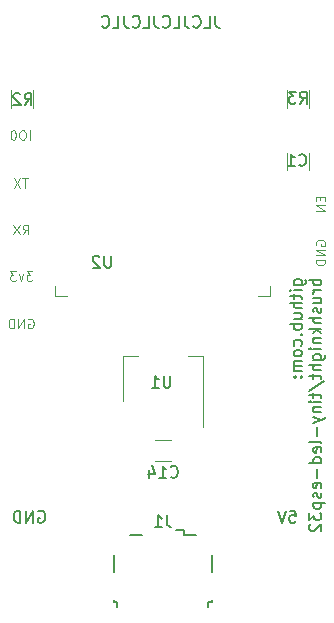
<source format=gbr>
%TF.GenerationSoftware,KiCad,Pcbnew,(5.1.12-1-10_14)*%
%TF.CreationDate,2022-01-26T17:57:44+01:00*%
%TF.ProjectId,tiny-led-esp32,74696e79-2d6c-4656-942d-65737033322e,rev?*%
%TF.SameCoordinates,Original*%
%TF.FileFunction,Legend,Bot*%
%TF.FilePolarity,Positive*%
%FSLAX46Y46*%
G04 Gerber Fmt 4.6, Leading zero omitted, Abs format (unit mm)*
G04 Created by KiCad (PCBNEW (5.1.12-1-10_14)) date 2022-01-26 17:57:44*
%MOMM*%
%LPD*%
G01*
G04 APERTURE LIST*
%ADD10C,0.150000*%
%ADD11C,0.100000*%
%ADD12C,0.120000*%
G04 APERTURE END LIST*
D10*
X157463547Y-78954380D02*
X157463547Y-79668666D01*
X157511166Y-79811523D01*
X157606404Y-79906761D01*
X157749261Y-79954380D01*
X157844500Y-79954380D01*
X156511166Y-79954380D02*
X156987357Y-79954380D01*
X156987357Y-78954380D01*
X155606404Y-79859142D02*
X155654023Y-79906761D01*
X155796880Y-79954380D01*
X155892119Y-79954380D01*
X156034976Y-79906761D01*
X156130214Y-79811523D01*
X156177833Y-79716285D01*
X156225452Y-79525809D01*
X156225452Y-79382952D01*
X156177833Y-79192476D01*
X156130214Y-79097238D01*
X156034976Y-79002000D01*
X155892119Y-78954380D01*
X155796880Y-78954380D01*
X155654023Y-79002000D01*
X155606404Y-79049619D01*
X154892119Y-78954380D02*
X154892119Y-79668666D01*
X154939738Y-79811523D01*
X155034976Y-79906761D01*
X155177833Y-79954380D01*
X155273071Y-79954380D01*
X153939738Y-79954380D02*
X154415928Y-79954380D01*
X154415928Y-78954380D01*
X153034976Y-79859142D02*
X153082595Y-79906761D01*
X153225452Y-79954380D01*
X153320690Y-79954380D01*
X153463547Y-79906761D01*
X153558785Y-79811523D01*
X153606404Y-79716285D01*
X153654023Y-79525809D01*
X153654023Y-79382952D01*
X153606404Y-79192476D01*
X153558785Y-79097238D01*
X153463547Y-79002000D01*
X153320690Y-78954380D01*
X153225452Y-78954380D01*
X153082595Y-79002000D01*
X153034976Y-79049619D01*
X152320690Y-78954380D02*
X152320690Y-79668666D01*
X152368309Y-79811523D01*
X152463547Y-79906761D01*
X152606404Y-79954380D01*
X152701642Y-79954380D01*
X151368309Y-79954380D02*
X151844500Y-79954380D01*
X151844500Y-78954380D01*
X150463547Y-79859142D02*
X150511166Y-79906761D01*
X150654023Y-79954380D01*
X150749261Y-79954380D01*
X150892119Y-79906761D01*
X150987357Y-79811523D01*
X151034976Y-79716285D01*
X151082595Y-79525809D01*
X151082595Y-79382952D01*
X151034976Y-79192476D01*
X150987357Y-79097238D01*
X150892119Y-79002000D01*
X150749261Y-78954380D01*
X150654023Y-78954380D01*
X150511166Y-79002000D01*
X150463547Y-79049619D01*
X149749261Y-78954380D02*
X149749261Y-79668666D01*
X149796880Y-79811523D01*
X149892119Y-79906761D01*
X150034976Y-79954380D01*
X150130214Y-79954380D01*
X148796880Y-79954380D02*
X149273071Y-79954380D01*
X149273071Y-78954380D01*
X147892119Y-79859142D02*
X147939738Y-79906761D01*
X148082595Y-79954380D01*
X148177833Y-79954380D01*
X148320690Y-79906761D01*
X148415928Y-79811523D01*
X148463547Y-79716285D01*
X148511166Y-79525809D01*
X148511166Y-79382952D01*
X148463547Y-79192476D01*
X148415928Y-79097238D01*
X148320690Y-79002000D01*
X148177833Y-78954380D01*
X148082595Y-78954380D01*
X147939738Y-79002000D01*
X147892119Y-79049619D01*
X164124214Y-101729166D02*
X164933738Y-101729166D01*
X165028976Y-101681547D01*
X165076595Y-101633928D01*
X165124214Y-101538690D01*
X165124214Y-101395833D01*
X165076595Y-101300595D01*
X164743261Y-101729166D02*
X164790880Y-101633928D01*
X164790880Y-101443452D01*
X164743261Y-101348214D01*
X164695642Y-101300595D01*
X164600404Y-101252976D01*
X164314690Y-101252976D01*
X164219452Y-101300595D01*
X164171833Y-101348214D01*
X164124214Y-101443452D01*
X164124214Y-101633928D01*
X164171833Y-101729166D01*
X164790880Y-102205357D02*
X164124214Y-102205357D01*
X163790880Y-102205357D02*
X163838500Y-102157738D01*
X163886119Y-102205357D01*
X163838500Y-102252976D01*
X163790880Y-102205357D01*
X163886119Y-102205357D01*
X164124214Y-102538690D02*
X164124214Y-102919642D01*
X163790880Y-102681547D02*
X164648023Y-102681547D01*
X164743261Y-102729166D01*
X164790880Y-102824404D01*
X164790880Y-102919642D01*
X164790880Y-103252976D02*
X163790880Y-103252976D01*
X164790880Y-103681547D02*
X164267071Y-103681547D01*
X164171833Y-103633928D01*
X164124214Y-103538690D01*
X164124214Y-103395833D01*
X164171833Y-103300595D01*
X164219452Y-103252976D01*
X164124214Y-104586309D02*
X164790880Y-104586309D01*
X164124214Y-104157738D02*
X164648023Y-104157738D01*
X164743261Y-104205357D01*
X164790880Y-104300595D01*
X164790880Y-104443452D01*
X164743261Y-104538690D01*
X164695642Y-104586309D01*
X164790880Y-105062500D02*
X163790880Y-105062500D01*
X164171833Y-105062500D02*
X164124214Y-105157738D01*
X164124214Y-105348214D01*
X164171833Y-105443452D01*
X164219452Y-105491071D01*
X164314690Y-105538690D01*
X164600404Y-105538690D01*
X164695642Y-105491071D01*
X164743261Y-105443452D01*
X164790880Y-105348214D01*
X164790880Y-105157738D01*
X164743261Y-105062500D01*
X164695642Y-105967261D02*
X164743261Y-106014880D01*
X164790880Y-105967261D01*
X164743261Y-105919642D01*
X164695642Y-105967261D01*
X164790880Y-105967261D01*
X164743261Y-106872023D02*
X164790880Y-106776785D01*
X164790880Y-106586309D01*
X164743261Y-106491071D01*
X164695642Y-106443452D01*
X164600404Y-106395833D01*
X164314690Y-106395833D01*
X164219452Y-106443452D01*
X164171833Y-106491071D01*
X164124214Y-106586309D01*
X164124214Y-106776785D01*
X164171833Y-106872023D01*
X164790880Y-107443452D02*
X164743261Y-107348214D01*
X164695642Y-107300595D01*
X164600404Y-107252976D01*
X164314690Y-107252976D01*
X164219452Y-107300595D01*
X164171833Y-107348214D01*
X164124214Y-107443452D01*
X164124214Y-107586309D01*
X164171833Y-107681547D01*
X164219452Y-107729166D01*
X164314690Y-107776785D01*
X164600404Y-107776785D01*
X164695642Y-107729166D01*
X164743261Y-107681547D01*
X164790880Y-107586309D01*
X164790880Y-107443452D01*
X164790880Y-108205357D02*
X164124214Y-108205357D01*
X164219452Y-108205357D02*
X164171833Y-108252976D01*
X164124214Y-108348214D01*
X164124214Y-108491071D01*
X164171833Y-108586309D01*
X164267071Y-108633928D01*
X164790880Y-108633928D01*
X164267071Y-108633928D02*
X164171833Y-108681547D01*
X164124214Y-108776785D01*
X164124214Y-108919642D01*
X164171833Y-109014880D01*
X164267071Y-109062500D01*
X164790880Y-109062500D01*
X164695642Y-109538690D02*
X164743261Y-109586309D01*
X164790880Y-109538690D01*
X164743261Y-109491071D01*
X164695642Y-109538690D01*
X164790880Y-109538690D01*
X164171833Y-109538690D02*
X164219452Y-109586309D01*
X164267071Y-109538690D01*
X164219452Y-109491071D01*
X164171833Y-109538690D01*
X164267071Y-109538690D01*
X166440880Y-101300595D02*
X165440880Y-101300595D01*
X165821833Y-101300595D02*
X165774214Y-101395833D01*
X165774214Y-101586309D01*
X165821833Y-101681547D01*
X165869452Y-101729166D01*
X165964690Y-101776785D01*
X166250404Y-101776785D01*
X166345642Y-101729166D01*
X166393261Y-101681547D01*
X166440880Y-101586309D01*
X166440880Y-101395833D01*
X166393261Y-101300595D01*
X166440880Y-102205357D02*
X165774214Y-102205357D01*
X165964690Y-102205357D02*
X165869452Y-102252976D01*
X165821833Y-102300595D01*
X165774214Y-102395833D01*
X165774214Y-102491071D01*
X165774214Y-103252976D02*
X166440880Y-103252976D01*
X165774214Y-102824404D02*
X166298023Y-102824404D01*
X166393261Y-102872023D01*
X166440880Y-102967261D01*
X166440880Y-103110119D01*
X166393261Y-103205357D01*
X166345642Y-103252976D01*
X166393261Y-103681547D02*
X166440880Y-103776785D01*
X166440880Y-103967261D01*
X166393261Y-104062500D01*
X166298023Y-104110119D01*
X166250404Y-104110119D01*
X166155166Y-104062500D01*
X166107547Y-103967261D01*
X166107547Y-103824404D01*
X166059928Y-103729166D01*
X165964690Y-103681547D01*
X165917071Y-103681547D01*
X165821833Y-103729166D01*
X165774214Y-103824404D01*
X165774214Y-103967261D01*
X165821833Y-104062500D01*
X166440880Y-104538690D02*
X165440880Y-104538690D01*
X166440880Y-104967261D02*
X165917071Y-104967261D01*
X165821833Y-104919642D01*
X165774214Y-104824404D01*
X165774214Y-104681547D01*
X165821833Y-104586309D01*
X165869452Y-104538690D01*
X166440880Y-105443452D02*
X165440880Y-105443452D01*
X166059928Y-105538690D02*
X166440880Y-105824404D01*
X165774214Y-105824404D02*
X166155166Y-105443452D01*
X165774214Y-106252976D02*
X166440880Y-106252976D01*
X165869452Y-106252976D02*
X165821833Y-106300595D01*
X165774214Y-106395833D01*
X165774214Y-106538690D01*
X165821833Y-106633928D01*
X165917071Y-106681547D01*
X166440880Y-106681547D01*
X166440880Y-107157738D02*
X165774214Y-107157738D01*
X165440880Y-107157738D02*
X165488500Y-107110119D01*
X165536119Y-107157738D01*
X165488500Y-107205357D01*
X165440880Y-107157738D01*
X165536119Y-107157738D01*
X165774214Y-108062500D02*
X166583738Y-108062500D01*
X166678976Y-108014880D01*
X166726595Y-107967261D01*
X166774214Y-107872023D01*
X166774214Y-107729166D01*
X166726595Y-107633928D01*
X166393261Y-108062500D02*
X166440880Y-107967261D01*
X166440880Y-107776785D01*
X166393261Y-107681547D01*
X166345642Y-107633928D01*
X166250404Y-107586309D01*
X165964690Y-107586309D01*
X165869452Y-107633928D01*
X165821833Y-107681547D01*
X165774214Y-107776785D01*
X165774214Y-107967261D01*
X165821833Y-108062500D01*
X166440880Y-108538690D02*
X165440880Y-108538690D01*
X166440880Y-108967261D02*
X165917071Y-108967261D01*
X165821833Y-108919642D01*
X165774214Y-108824404D01*
X165774214Y-108681547D01*
X165821833Y-108586309D01*
X165869452Y-108538690D01*
X165774214Y-109300595D02*
X165774214Y-109681547D01*
X165440880Y-109443452D02*
X166298023Y-109443452D01*
X166393261Y-109491071D01*
X166440880Y-109586309D01*
X166440880Y-109681547D01*
X165393261Y-110729166D02*
X166678976Y-109872023D01*
X165774214Y-110919642D02*
X165774214Y-111300595D01*
X165440880Y-111062500D02*
X166298023Y-111062500D01*
X166393261Y-111110119D01*
X166440880Y-111205357D01*
X166440880Y-111300595D01*
X166440880Y-111633928D02*
X165774214Y-111633928D01*
X165440880Y-111633928D02*
X165488500Y-111586309D01*
X165536119Y-111633928D01*
X165488500Y-111681547D01*
X165440880Y-111633928D01*
X165536119Y-111633928D01*
X165774214Y-112110119D02*
X166440880Y-112110119D01*
X165869452Y-112110119D02*
X165821833Y-112157738D01*
X165774214Y-112252976D01*
X165774214Y-112395833D01*
X165821833Y-112491071D01*
X165917071Y-112538690D01*
X166440880Y-112538690D01*
X165774214Y-112919642D02*
X166440880Y-113157738D01*
X165774214Y-113395833D02*
X166440880Y-113157738D01*
X166678976Y-113062500D01*
X166726595Y-113014880D01*
X166774214Y-112919642D01*
X166059928Y-113776785D02*
X166059928Y-114538690D01*
X166440880Y-115157738D02*
X166393261Y-115062500D01*
X166298023Y-115014880D01*
X165440880Y-115014880D01*
X166393261Y-115919642D02*
X166440880Y-115824404D01*
X166440880Y-115633928D01*
X166393261Y-115538690D01*
X166298023Y-115491071D01*
X165917071Y-115491071D01*
X165821833Y-115538690D01*
X165774214Y-115633928D01*
X165774214Y-115824404D01*
X165821833Y-115919642D01*
X165917071Y-115967261D01*
X166012309Y-115967261D01*
X166107547Y-115491071D01*
X166440880Y-116824404D02*
X165440880Y-116824404D01*
X166393261Y-116824404D02*
X166440880Y-116729166D01*
X166440880Y-116538690D01*
X166393261Y-116443452D01*
X166345642Y-116395833D01*
X166250404Y-116348214D01*
X165964690Y-116348214D01*
X165869452Y-116395833D01*
X165821833Y-116443452D01*
X165774214Y-116538690D01*
X165774214Y-116729166D01*
X165821833Y-116824404D01*
X166059928Y-117300595D02*
X166059928Y-118062500D01*
X166393261Y-118919642D02*
X166440880Y-118824404D01*
X166440880Y-118633928D01*
X166393261Y-118538690D01*
X166298023Y-118491071D01*
X165917071Y-118491071D01*
X165821833Y-118538690D01*
X165774214Y-118633928D01*
X165774214Y-118824404D01*
X165821833Y-118919642D01*
X165917071Y-118967261D01*
X166012309Y-118967261D01*
X166107547Y-118491071D01*
X166393261Y-119348214D02*
X166440880Y-119443452D01*
X166440880Y-119633928D01*
X166393261Y-119729166D01*
X166298023Y-119776785D01*
X166250404Y-119776785D01*
X166155166Y-119729166D01*
X166107547Y-119633928D01*
X166107547Y-119491071D01*
X166059928Y-119395833D01*
X165964690Y-119348214D01*
X165917071Y-119348214D01*
X165821833Y-119395833D01*
X165774214Y-119491071D01*
X165774214Y-119633928D01*
X165821833Y-119729166D01*
X165774214Y-120205357D02*
X166774214Y-120205357D01*
X165821833Y-120205357D02*
X165774214Y-120300595D01*
X165774214Y-120491071D01*
X165821833Y-120586309D01*
X165869452Y-120633928D01*
X165964690Y-120681547D01*
X166250404Y-120681547D01*
X166345642Y-120633928D01*
X166393261Y-120586309D01*
X166440880Y-120491071D01*
X166440880Y-120300595D01*
X166393261Y-120205357D01*
X165440880Y-121014880D02*
X165440880Y-121633928D01*
X165821833Y-121300595D01*
X165821833Y-121443452D01*
X165869452Y-121538690D01*
X165917071Y-121586309D01*
X166012309Y-121633928D01*
X166250404Y-121633928D01*
X166345642Y-121586309D01*
X166393261Y-121538690D01*
X166440880Y-121443452D01*
X166440880Y-121157738D01*
X166393261Y-121062500D01*
X166345642Y-121014880D01*
X165536119Y-122014880D02*
X165488500Y-122062500D01*
X165440880Y-122157738D01*
X165440880Y-122395833D01*
X165488500Y-122491071D01*
X165536119Y-122538690D01*
X165631357Y-122586309D01*
X165726595Y-122586309D01*
X165869452Y-122538690D01*
X166440880Y-121967261D01*
X166440880Y-122586309D01*
D11*
X166033500Y-98386976D02*
X165995404Y-98310785D01*
X165995404Y-98196500D01*
X166033500Y-98082214D01*
X166109690Y-98006023D01*
X166185880Y-97967928D01*
X166338261Y-97929833D01*
X166452547Y-97929833D01*
X166604928Y-97967928D01*
X166681119Y-98006023D01*
X166757309Y-98082214D01*
X166795404Y-98196500D01*
X166795404Y-98272690D01*
X166757309Y-98386976D01*
X166719214Y-98425071D01*
X166452547Y-98425071D01*
X166452547Y-98272690D01*
X166795404Y-98767928D02*
X165995404Y-98767928D01*
X166795404Y-99225071D01*
X165995404Y-99225071D01*
X166795404Y-99606023D02*
X165995404Y-99606023D01*
X165995404Y-99796500D01*
X166033500Y-99910785D01*
X166109690Y-99986976D01*
X166185880Y-100025071D01*
X166338261Y-100063166D01*
X166452547Y-100063166D01*
X166604928Y-100025071D01*
X166681119Y-99986976D01*
X166757309Y-99910785D01*
X166795404Y-99796500D01*
X166795404Y-99606023D01*
X141770000Y-89452404D02*
X141770000Y-88652404D01*
X141236666Y-88652404D02*
X141084285Y-88652404D01*
X141008095Y-88690500D01*
X140931904Y-88766690D01*
X140893809Y-88919071D01*
X140893809Y-89185738D01*
X140931904Y-89338119D01*
X141008095Y-89414309D01*
X141084285Y-89452404D01*
X141236666Y-89452404D01*
X141312857Y-89414309D01*
X141389047Y-89338119D01*
X141427142Y-89185738D01*
X141427142Y-88919071D01*
X141389047Y-88766690D01*
X141312857Y-88690500D01*
X141236666Y-88652404D01*
X140398571Y-88652404D02*
X140322380Y-88652404D01*
X140246190Y-88690500D01*
X140208095Y-88728595D01*
X140170000Y-88804785D01*
X140131904Y-88957166D01*
X140131904Y-89147642D01*
X140170000Y-89300023D01*
X140208095Y-89376214D01*
X140246190Y-89414309D01*
X140322380Y-89452404D01*
X140398571Y-89452404D01*
X140474761Y-89414309D01*
X140512857Y-89376214D01*
X140550952Y-89300023D01*
X140589047Y-89147642D01*
X140589047Y-88957166D01*
X140550952Y-88804785D01*
X140512857Y-88728595D01*
X140474761Y-88690500D01*
X140398571Y-88652404D01*
X166376357Y-94278523D02*
X166376357Y-94545190D01*
X166795404Y-94659476D02*
X166795404Y-94278523D01*
X165995404Y-94278523D01*
X165995404Y-94659476D01*
X166795404Y-95002333D02*
X165995404Y-95002333D01*
X166795404Y-95459476D01*
X165995404Y-95459476D01*
X141579523Y-92716404D02*
X141122380Y-92716404D01*
X141350952Y-93516404D02*
X141350952Y-92716404D01*
X140931904Y-92716404D02*
X140398571Y-93516404D01*
X140398571Y-92716404D02*
X140931904Y-93516404D01*
X141166833Y-97453404D02*
X141433500Y-97072452D01*
X141623976Y-97453404D02*
X141623976Y-96653404D01*
X141319214Y-96653404D01*
X141243023Y-96691500D01*
X141204928Y-96729595D01*
X141166833Y-96805785D01*
X141166833Y-96920071D01*
X141204928Y-96996261D01*
X141243023Y-97034357D01*
X141319214Y-97072452D01*
X141623976Y-97072452D01*
X140900166Y-96653404D02*
X140366833Y-97453404D01*
X140366833Y-96653404D02*
X140900166Y-97453404D01*
X141985880Y-100590404D02*
X141490642Y-100590404D01*
X141757309Y-100895166D01*
X141643023Y-100895166D01*
X141566833Y-100933261D01*
X141528738Y-100971357D01*
X141490642Y-101047547D01*
X141490642Y-101238023D01*
X141528738Y-101314214D01*
X141566833Y-101352309D01*
X141643023Y-101390404D01*
X141871595Y-101390404D01*
X141947785Y-101352309D01*
X141985880Y-101314214D01*
X141223976Y-100857071D02*
X141033500Y-101390404D01*
X140843023Y-100857071D01*
X140614452Y-100590404D02*
X140119214Y-100590404D01*
X140385880Y-100895166D01*
X140271595Y-100895166D01*
X140195404Y-100933261D01*
X140157309Y-100971357D01*
X140119214Y-101047547D01*
X140119214Y-101238023D01*
X140157309Y-101314214D01*
X140195404Y-101352309D01*
X140271595Y-101390404D01*
X140500166Y-101390404D01*
X140576357Y-101352309D01*
X140614452Y-101314214D01*
X141643023Y-104629000D02*
X141719214Y-104590904D01*
X141833500Y-104590904D01*
X141947785Y-104629000D01*
X142023976Y-104705190D01*
X142062071Y-104781380D01*
X142100166Y-104933761D01*
X142100166Y-105048047D01*
X142062071Y-105200428D01*
X142023976Y-105276619D01*
X141947785Y-105352809D01*
X141833500Y-105390904D01*
X141757309Y-105390904D01*
X141643023Y-105352809D01*
X141604928Y-105314714D01*
X141604928Y-105048047D01*
X141757309Y-105048047D01*
X141262071Y-105390904D02*
X141262071Y-104590904D01*
X140804928Y-105390904D01*
X140804928Y-104590904D01*
X140423976Y-105390904D02*
X140423976Y-104590904D01*
X140233500Y-104590904D01*
X140119214Y-104629000D01*
X140043023Y-104705190D01*
X140004928Y-104781380D01*
X139966833Y-104933761D01*
X139966833Y-105048047D01*
X140004928Y-105200428D01*
X140043023Y-105276619D01*
X140119214Y-105352809D01*
X140233500Y-105390904D01*
X140423976Y-105390904D01*
D12*
%TO.C,U2*%
X162120000Y-101873500D02*
X162120000Y-102653500D01*
X162120000Y-102653500D02*
X161120000Y-102653500D01*
X143880000Y-101873500D02*
X143880000Y-102653500D01*
X143880000Y-102653500D02*
X144880000Y-102653500D01*
%TO.C,R3*%
X165375000Y-86727064D02*
X165375000Y-85272936D01*
X163555000Y-86727064D02*
X163555000Y-85272936D01*
%TO.C,R2*%
X140187000Y-85272936D02*
X140187000Y-86727064D01*
X142007000Y-85272936D02*
X142007000Y-86727064D01*
%TO.C,C14*%
X152338248Y-116670500D02*
X153760752Y-116670500D01*
X152338248Y-114850500D02*
X153760752Y-114850500D01*
%TO.C,C1*%
X163555000Y-90552748D02*
X163555000Y-91975252D01*
X165375000Y-90552748D02*
X165375000Y-91975252D01*
%TO.C,U1*%
X149625000Y-107793000D02*
X150885000Y-107793000D01*
X156445000Y-107793000D02*
X155185000Y-107793000D01*
X149625000Y-111553000D02*
X149625000Y-107793000D01*
X156445000Y-113803000D02*
X156445000Y-107793000D01*
D10*
%TO.C,J1*%
X157185000Y-124635500D02*
X157185000Y-126035500D01*
X157185000Y-128435500D02*
X157185000Y-128585500D01*
X157185000Y-128585500D02*
X156885000Y-128585500D01*
X156885000Y-128585500D02*
X156885000Y-129035500D01*
X149185000Y-129035500D02*
X149185000Y-128585500D01*
X149185000Y-128585500D02*
X148885000Y-128585500D01*
X148885000Y-128585500D02*
X148885000Y-128435500D01*
X148885000Y-126035500D02*
X148885000Y-124635500D01*
X154110000Y-122460500D02*
X154835000Y-122460500D01*
X154835000Y-122460500D02*
X154835000Y-122885500D01*
X154835000Y-122885500D02*
X155835000Y-122885500D01*
X151235000Y-122885500D02*
X150235000Y-122885500D01*
%TO.C,U2*%
X148653404Y-99274380D02*
X148653404Y-100083904D01*
X148605785Y-100179142D01*
X148558166Y-100226761D01*
X148462928Y-100274380D01*
X148272452Y-100274380D01*
X148177214Y-100226761D01*
X148129595Y-100179142D01*
X148081976Y-100083904D01*
X148081976Y-99274380D01*
X147653404Y-99369619D02*
X147605785Y-99322000D01*
X147510547Y-99274380D01*
X147272452Y-99274380D01*
X147177214Y-99322000D01*
X147129595Y-99369619D01*
X147081976Y-99464857D01*
X147081976Y-99560095D01*
X147129595Y-99702952D01*
X147701023Y-100274380D01*
X147081976Y-100274380D01*
%TO.C,H2*%
X163766476Y-120864380D02*
X164242666Y-120864380D01*
X164290285Y-121340571D01*
X164242666Y-121292952D01*
X164147428Y-121245333D01*
X163909333Y-121245333D01*
X163814095Y-121292952D01*
X163766476Y-121340571D01*
X163718857Y-121435809D01*
X163718857Y-121673904D01*
X163766476Y-121769142D01*
X163814095Y-121816761D01*
X163909333Y-121864380D01*
X164147428Y-121864380D01*
X164242666Y-121816761D01*
X164290285Y-121769142D01*
X163433142Y-120864380D02*
X163099809Y-121864380D01*
X162766476Y-120864380D01*
%TO.C,H1*%
X142493904Y-120912000D02*
X142589142Y-120864380D01*
X142732000Y-120864380D01*
X142874857Y-120912000D01*
X142970095Y-121007238D01*
X143017714Y-121102476D01*
X143065333Y-121292952D01*
X143065333Y-121435809D01*
X143017714Y-121626285D01*
X142970095Y-121721523D01*
X142874857Y-121816761D01*
X142732000Y-121864380D01*
X142636761Y-121864380D01*
X142493904Y-121816761D01*
X142446285Y-121769142D01*
X142446285Y-121435809D01*
X142636761Y-121435809D01*
X142017714Y-121864380D02*
X142017714Y-120864380D01*
X141446285Y-121864380D01*
X141446285Y-120864380D01*
X140970095Y-121864380D02*
X140970095Y-120864380D01*
X140732000Y-120864380D01*
X140589142Y-120912000D01*
X140493904Y-121007238D01*
X140446285Y-121102476D01*
X140398666Y-121292952D01*
X140398666Y-121435809D01*
X140446285Y-121626285D01*
X140493904Y-121721523D01*
X140589142Y-121816761D01*
X140732000Y-121864380D01*
X140970095Y-121864380D01*
%TO.C,R3*%
X164631666Y-86390880D02*
X164965000Y-85914690D01*
X165203095Y-86390880D02*
X165203095Y-85390880D01*
X164822142Y-85390880D01*
X164726904Y-85438500D01*
X164679285Y-85486119D01*
X164631666Y-85581357D01*
X164631666Y-85724214D01*
X164679285Y-85819452D01*
X164726904Y-85867071D01*
X164822142Y-85914690D01*
X165203095Y-85914690D01*
X164298333Y-85390880D02*
X163679285Y-85390880D01*
X164012619Y-85771833D01*
X163869761Y-85771833D01*
X163774523Y-85819452D01*
X163726904Y-85867071D01*
X163679285Y-85962309D01*
X163679285Y-86200404D01*
X163726904Y-86295642D01*
X163774523Y-86343261D01*
X163869761Y-86390880D01*
X164155476Y-86390880D01*
X164250714Y-86343261D01*
X164298333Y-86295642D01*
%TO.C,R2*%
X141327166Y-86515880D02*
X141660500Y-86039690D01*
X141898595Y-86515880D02*
X141898595Y-85515880D01*
X141517642Y-85515880D01*
X141422404Y-85563500D01*
X141374785Y-85611119D01*
X141327166Y-85706357D01*
X141327166Y-85849214D01*
X141374785Y-85944452D01*
X141422404Y-85992071D01*
X141517642Y-86039690D01*
X141898595Y-86039690D01*
X140946214Y-85611119D02*
X140898595Y-85563500D01*
X140803357Y-85515880D01*
X140565261Y-85515880D01*
X140470023Y-85563500D01*
X140422404Y-85611119D01*
X140374785Y-85706357D01*
X140374785Y-85801595D01*
X140422404Y-85944452D01*
X140993833Y-86515880D01*
X140374785Y-86515880D01*
%TO.C,C14*%
X153692357Y-117967642D02*
X153739976Y-118015261D01*
X153882833Y-118062880D01*
X153978071Y-118062880D01*
X154120928Y-118015261D01*
X154216166Y-117920023D01*
X154263785Y-117824785D01*
X154311404Y-117634309D01*
X154311404Y-117491452D01*
X154263785Y-117300976D01*
X154216166Y-117205738D01*
X154120928Y-117110500D01*
X153978071Y-117062880D01*
X153882833Y-117062880D01*
X153739976Y-117110500D01*
X153692357Y-117158119D01*
X152739976Y-118062880D02*
X153311404Y-118062880D01*
X153025690Y-118062880D02*
X153025690Y-117062880D01*
X153120928Y-117205738D01*
X153216166Y-117300976D01*
X153311404Y-117348595D01*
X151882833Y-117396214D02*
X151882833Y-118062880D01*
X152120928Y-117015261D02*
X152359023Y-117729547D01*
X151739976Y-117729547D01*
%TO.C,C1*%
X164568166Y-91572142D02*
X164615785Y-91619761D01*
X164758642Y-91667380D01*
X164853880Y-91667380D01*
X164996738Y-91619761D01*
X165091976Y-91524523D01*
X165139595Y-91429285D01*
X165187214Y-91238809D01*
X165187214Y-91095952D01*
X165139595Y-90905476D01*
X165091976Y-90810238D01*
X164996738Y-90715000D01*
X164853880Y-90667380D01*
X164758642Y-90667380D01*
X164615785Y-90715000D01*
X164568166Y-90762619D01*
X163615785Y-91667380D02*
X164187214Y-91667380D01*
X163901500Y-91667380D02*
X163901500Y-90667380D01*
X163996738Y-90810238D01*
X164091976Y-90905476D01*
X164187214Y-90953095D01*
%TO.C,U1*%
X153669904Y-109434380D02*
X153669904Y-110243904D01*
X153622285Y-110339142D01*
X153574666Y-110386761D01*
X153479428Y-110434380D01*
X153288952Y-110434380D01*
X153193714Y-110386761D01*
X153146095Y-110339142D01*
X153098476Y-110243904D01*
X153098476Y-109434380D01*
X152098476Y-110434380D02*
X152669904Y-110434380D01*
X152384190Y-110434380D02*
X152384190Y-109434380D01*
X152479428Y-109577238D01*
X152574666Y-109672476D01*
X152669904Y-109720095D01*
%TO.C,J1*%
X153368333Y-121237880D02*
X153368333Y-121952166D01*
X153415952Y-122095023D01*
X153511190Y-122190261D01*
X153654047Y-122237880D01*
X153749285Y-122237880D01*
X152368333Y-122237880D02*
X152939761Y-122237880D01*
X152654047Y-122237880D02*
X152654047Y-121237880D01*
X152749285Y-121380738D01*
X152844523Y-121475976D01*
X152939761Y-121523595D01*
%TD*%
M02*

</source>
